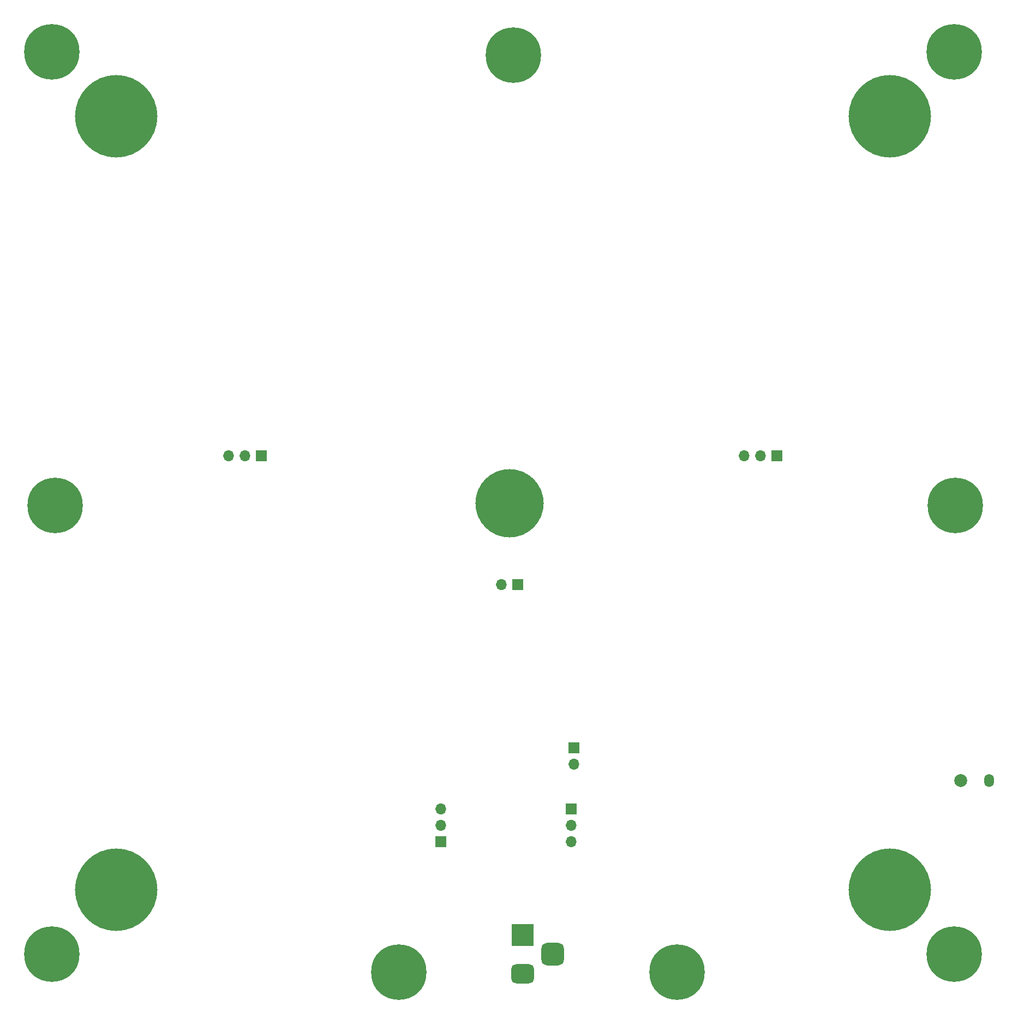
<source format=gbs>
G04 #@! TF.GenerationSoftware,KiCad,Pcbnew,7.0.9-1.fc39*
G04 #@! TF.CreationDate,2023-12-29T09:38:10-05:00*
G04 #@! TF.ProjectId,SYSMATT-WS2812-MATRIX-CARRIER,5359534d-4154-4542-9d57-53323831322d,rev?*
G04 #@! TF.SameCoordinates,Original*
G04 #@! TF.FileFunction,Soldermask,Bot*
G04 #@! TF.FilePolarity,Negative*
%FSLAX46Y46*%
G04 Gerber Fmt 4.6, Leading zero omitted, Abs format (unit mm)*
G04 Created by KiCad (PCBNEW 7.0.9-1.fc39) date 2023-12-29 09:38:10*
%MOMM*%
%LPD*%
G01*
G04 APERTURE LIST*
G04 Aperture macros list*
%AMRoundRect*
0 Rectangle with rounded corners*
0 $1 Rounding radius*
0 $2 $3 $4 $5 $6 $7 $8 $9 X,Y pos of 4 corners*
0 Add a 4 corners polygon primitive as box body*
4,1,4,$2,$3,$4,$5,$6,$7,$8,$9,$2,$3,0*
0 Add four circle primitives for the rounded corners*
1,1,$1+$1,$2,$3*
1,1,$1+$1,$4,$5*
1,1,$1+$1,$6,$7*
1,1,$1+$1,$8,$9*
0 Add four rect primitives between the rounded corners*
20,1,$1+$1,$2,$3,$4,$5,0*
20,1,$1+$1,$4,$5,$6,$7,0*
20,1,$1+$1,$6,$7,$8,$9,0*
20,1,$1+$1,$8,$9,$2,$3,0*%
G04 Aperture macros list end*
%ADD10C,8.600000*%
%ADD11C,12.800000*%
%ADD12R,3.500000X3.500000*%
%ADD13RoundRect,0.750000X1.000000X-0.750000X1.000000X0.750000X-1.000000X0.750000X-1.000000X-0.750000X0*%
%ADD14RoundRect,0.875000X0.875000X-0.875000X0.875000X0.875000X-0.875000X0.875000X-0.875000X-0.875000X0*%
%ADD15R,1.700000X1.700000*%
%ADD16O,1.700000X1.700000*%
%ADD17O,1.500000X2.000000*%
%ADD18C,2.000000*%
%ADD19C,10.600000*%
G04 APERTURE END LIST*
D10*
X127000000Y-172720000D03*
X83820000Y-172720000D03*
X101600000Y-30480000D03*
X30480000Y-100330000D03*
X170180000Y-100330000D03*
D11*
X160000000Y-40000000D03*
D12*
X103042500Y-167000000D03*
D13*
X103042500Y-173000000D03*
D14*
X107742500Y-170000000D03*
D15*
X111000000Y-138000000D03*
D16*
X111000000Y-140540000D03*
D15*
X142525000Y-92625000D03*
D16*
X139985000Y-92625000D03*
X137445000Y-92625000D03*
D15*
X90375000Y-152525000D03*
D16*
X90375000Y-149985000D03*
X90375000Y-147445000D03*
D15*
X62525000Y-92625000D03*
D16*
X59985000Y-92625000D03*
X57445000Y-92625000D03*
D11*
X40000000Y-40000000D03*
D10*
X170000000Y-170000000D03*
D17*
X175400000Y-143000000D03*
D18*
X171000000Y-143000000D03*
D15*
X102275000Y-112625000D03*
D16*
X99735000Y-112625000D03*
D10*
X170000000Y-30000000D03*
D19*
X101000000Y-100000000D03*
D11*
X160000000Y-160000000D03*
D10*
X30000000Y-170000000D03*
X30000000Y-30000000D03*
D15*
X110625000Y-147475000D03*
D16*
X110625000Y-150015000D03*
X110625000Y-152555000D03*
D11*
X40000000Y-160000000D03*
M02*

</source>
